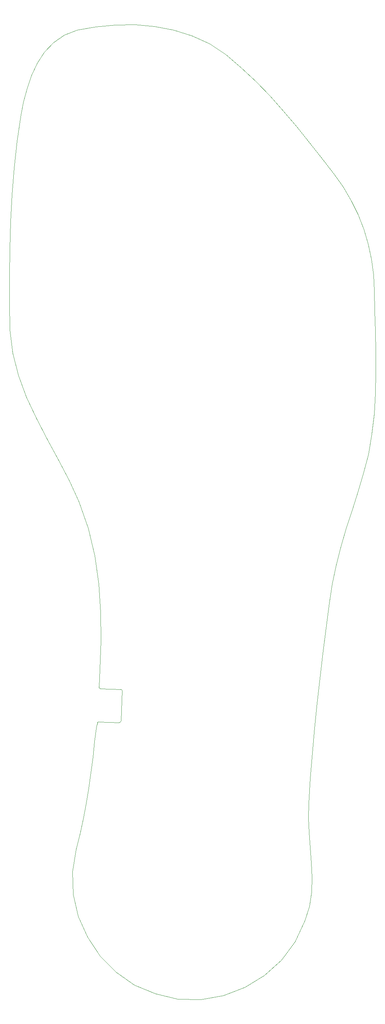
<source format=gm1>
G04 #@! TF.GenerationSoftware,KiCad,Pcbnew,(5.0.0)*
G04 #@! TF.CreationDate,2020-01-29T13:38:43+01:00*
G04 #@! TF.ProjectId,Insole_PCB,496E736F6C655F5043422E6B69636164,rev?*
G04 #@! TF.SameCoordinates,Original*
G04 #@! TF.FileFunction,Profile,NP*
%FSLAX46Y46*%
G04 Gerber Fmt 4.6, Leading zero omitted, Abs format (unit mm)*
G04 Created by KiCad (PCBNEW (5.0.0)) date 01/29/20 13:38:43*
%MOMM*%
%LPD*%
G01*
G04 APERTURE LIST*
%ADD10C,0.100000*%
G04 APERTURE END LIST*
D10*
X184159453Y-208710707D02*
X183657629Y-212343331D01*
X181659912Y-226857760D02*
X180980396Y-230456527D01*
X183250645Y-215984232D02*
X182787233Y-219618807D01*
X175129739Y-146271675D02*
X177672745Y-151141110D01*
X184667678Y-175407847D02*
X185095222Y-182049579D01*
X185095222Y-182049579D02*
X185135802Y-188733725D01*
X183745156Y-168842702D02*
X184667678Y-175407847D01*
X182787233Y-219618807D02*
X182259589Y-223244252D01*
X182259589Y-223244252D02*
X181659912Y-226857760D01*
X185135802Y-188733725D02*
X184899453Y-195430707D01*
X180980396Y-230456527D02*
X180213239Y-234037748D01*
X180213239Y-234037748D02*
X179350643Y-237598638D01*
X179983096Y-156078873D02*
X182219635Y-162388320D01*
X183657629Y-212343331D02*
X183250645Y-215984232D01*
X177672745Y-151141110D02*
X179983096Y-156078873D01*
X182219635Y-162388320D02*
X183745156Y-168842702D01*
X249764415Y-125817999D02*
X249735965Y-120993289D01*
X176515686Y-46628127D02*
X173984628Y-48388537D01*
X170191524Y-53240777D02*
X168833514Y-56116747D01*
X248030291Y-144971040D02*
X248848068Y-140218003D01*
X163666444Y-109392229D02*
X163734114Y-115709571D01*
X184002062Y-44680597D02*
X179533721Y-45455417D01*
X231182875Y-68125262D02*
X228104988Y-64496538D01*
X237110864Y-75566275D02*
X234177809Y-71824235D01*
X238794229Y-179933407D02*
X239468873Y-175444401D01*
X165416444Y-71506072D02*
X164723235Y-77789237D01*
X168833514Y-56116747D02*
X167770557Y-59148722D01*
X249214732Y-102867686D02*
X248740808Y-99233699D01*
X164229278Y-84092631D02*
X163905596Y-90410439D01*
X167770557Y-59148722D02*
X166954672Y-62228763D01*
X171892568Y-50628727D02*
X170191524Y-53240777D01*
X246936409Y-92156271D02*
X245613199Y-88752873D01*
X249735965Y-120993289D02*
X249629775Y-116167350D01*
X197746076Y-44568667D02*
X193170382Y-44193147D01*
X221616050Y-57558557D02*
X218162848Y-54303667D01*
X238055763Y-185779231D02*
X238794229Y-179933407D01*
X202233267Y-45415817D02*
X197746076Y-44568667D01*
X234177809Y-71824235D02*
X231182875Y-68125262D01*
X166954672Y-62228763D02*
X166337878Y-65248948D01*
X210693567Y-48701277D02*
X206569811Y-46778647D01*
X246865630Y-149339633D02*
X248030291Y-144971040D01*
X240414824Y-171022744D02*
X241564981Y-166651718D01*
X242142920Y-82316817D02*
X240003117Y-79324201D01*
X244014159Y-85466382D02*
X242142920Y-82316817D01*
X249629775Y-116167350D02*
X249499377Y-111346860D01*
X239468873Y-175444401D02*
X240414824Y-171022744D01*
X237326723Y-191628686D02*
X238055763Y-185779231D01*
X163723214Y-96736851D02*
X163653154Y-103066052D01*
X172510296Y-141420919D02*
X175129739Y-146271675D01*
X167666965Y-131576843D02*
X169970632Y-136539192D01*
X163653154Y-103066052D02*
X163666444Y-109392229D01*
X164723235Y-77789237D02*
X164229278Y-84092631D01*
X218162848Y-54303667D02*
X214542390Y-51227757D01*
X224923071Y-60965243D02*
X221616050Y-57558557D01*
X166337878Y-65248948D02*
X165416444Y-71506072D01*
X245613199Y-88752873D02*
X244014159Y-85466382D01*
X163905596Y-90410439D02*
X163723214Y-96736851D01*
X179533721Y-45455417D02*
X176515686Y-46628127D01*
X248740808Y-99233699D02*
X247980156Y-95656553D01*
X248848068Y-140218003D02*
X249373996Y-135437033D01*
X206569811Y-46778647D02*
X202233267Y-45415817D01*
X241564981Y-166651718D02*
X242852241Y-162314609D01*
X214542390Y-51227757D02*
X210693567Y-48701277D01*
X228104988Y-64496538D02*
X224923071Y-60965243D01*
X240003117Y-79324201D02*
X237110864Y-75566275D01*
X247980156Y-95656553D02*
X246936409Y-92156271D01*
X249499377Y-111346860D02*
X249398297Y-106538494D01*
X193170382Y-44193147D02*
X188568330Y-44245147D01*
X242852241Y-162314609D02*
X244209504Y-157994702D01*
X244209504Y-157994702D02*
X245569667Y-153675282D01*
X245569667Y-153675282D02*
X246865630Y-149339633D01*
X164392489Y-121211683D02*
X165755512Y-126484223D01*
X173984628Y-48388537D02*
X171892568Y-50628727D01*
X249373996Y-135437033D02*
X249661602Y-130634806D01*
X249661602Y-130634806D02*
X249764415Y-125817999D01*
X169970632Y-136539192D02*
X172510296Y-141420919D01*
X249398297Y-106538494D02*
X249214732Y-102867686D01*
X165755512Y-126484223D02*
X167666965Y-131576843D01*
X163734114Y-115709571D02*
X164392489Y-121211683D01*
X188568330Y-44245147D02*
X184002062Y-44680597D01*
X235352485Y-209204381D02*
X235959453Y-203340707D01*
X233909058Y-230295164D02*
X234025838Y-226832713D01*
X203295442Y-272755737D02*
X208666948Y-272849437D01*
X234614198Y-240738261D02*
X234334590Y-237258107D01*
X234763232Y-244203978D02*
X234614198Y-240738261D01*
X178444957Y-242888467D02*
X178640233Y-248201542D01*
X181981946Y-258252169D02*
X184952522Y-262667087D01*
X234650339Y-247645089D02*
X234763232Y-244203978D01*
X213951996Y-271899177D02*
X218980101Y-269988497D01*
X234817472Y-215073904D02*
X235352485Y-209204381D01*
X234025838Y-226832713D02*
X234370046Y-220949830D01*
X198007965Y-271534487D02*
X203295442Y-272755737D01*
X179350643Y-237598638D02*
X178444957Y-242888467D01*
X234055759Y-233773685D02*
X233909058Y-230295164D01*
X233113365Y-254412816D02*
X234144167Y-251051425D01*
X193053462Y-269469567D02*
X198007965Y-271534487D01*
X188672338Y-266459997D02*
X193053462Y-269469567D01*
X179848539Y-253376548D02*
X181981946Y-258252169D01*
X234370046Y-220949830D02*
X234817472Y-215073904D01*
X234334590Y-237258107D02*
X234055759Y-233773685D01*
X234144167Y-251051425D02*
X234650339Y-247645089D01*
X230817895Y-259329567D02*
X233113365Y-254412816D01*
X223580777Y-267200967D02*
X227583537Y-263620137D01*
X218980101Y-269988497D02*
X223580777Y-267200967D01*
X208666948Y-272849437D02*
X213951996Y-271899177D01*
X178640233Y-248201542D02*
X179848539Y-253376548D01*
X184952522Y-262667087D02*
X188672338Y-266459997D01*
X227583537Y-263620137D02*
X230817895Y-259329567D01*
X236622743Y-197482327D02*
X237326723Y-191628686D01*
X235959453Y-203340707D02*
X236622743Y-197482327D01*
X189899453Y-207540707D02*
X190149453Y-200410707D01*
X189899452Y-207539361D02*
G75*
G02X189453259Y-207900707I-401061J39080D01*
G01*
X184709453Y-207730707D02*
X189459453Y-207900707D01*
X189869269Y-200112814D02*
G75*
G02X190149453Y-200400707I-26761J-306331D01*
G01*
X184358954Y-208026623D02*
G75*
G02X184709453Y-207730707I320499J-24084D01*
G01*
X185005369Y-199940706D02*
G75*
G02X184709453Y-199590207I24084J320499D01*
G01*
X184359453Y-208030707D02*
X184159453Y-208710707D01*
X185009453Y-199940707D02*
X189869453Y-200110707D01*
X184899453Y-195420707D02*
X184709453Y-199580707D01*
M02*

</source>
